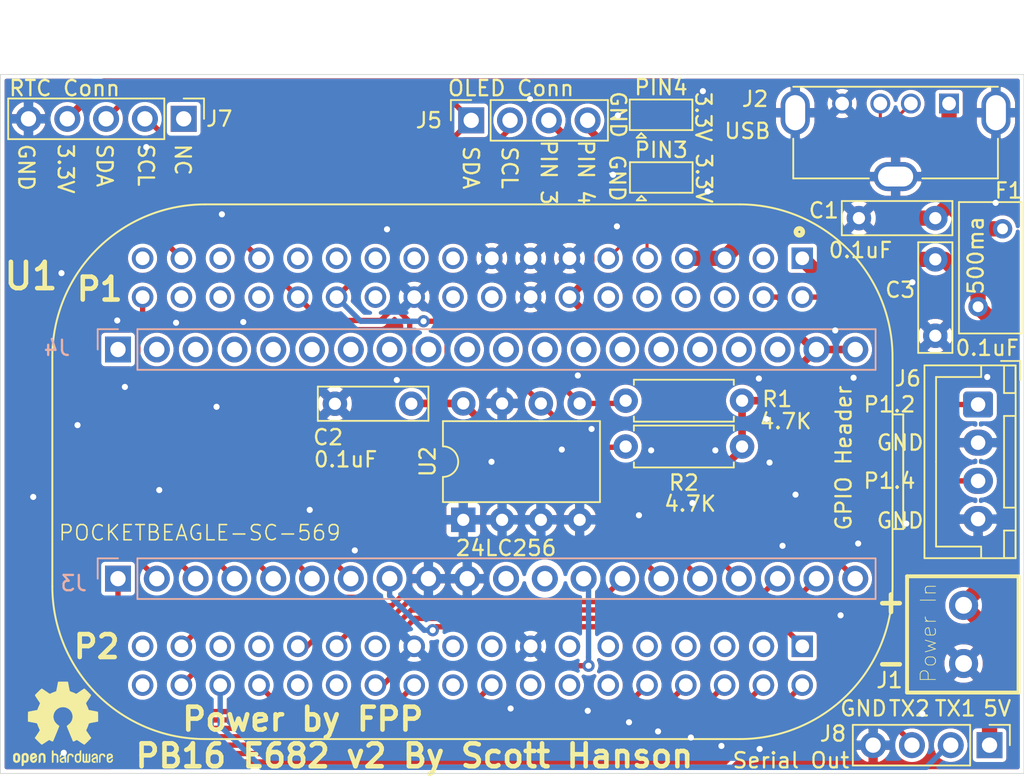
<source format=kicad_pcb>
(kicad_pcb (version 20171130) (host pcbnew "(5.1.5)-3")
  (title_block (title "PB16 E682") (date 2019-10-04) (rev 2) (company "Scott Hanson"))
  (layers (0 F.Cu signal) (31 B.Cu signal) (34 B.Paste user) (35 F.Paste user) (36 B.SilkS user) (37 F.SilkS user) (38 B.Mask user) (39 F.Mask user) (44 Edge.Cuts user))
  (net 0 "")
  (net 1 GND)
  (net 2 V_USB)
  (net 3 +5V)
  (net 4 USB_D+)
  (net 5 USB_D-)
  (net 6 OUT16)
  (net 7 OUT15)
  (net 8 OUT14)
  (net 9 OUT13)
  (net 10 OUT12)
  (net 11 OUT11)
  (net 12 OUT10)
  (net 13 OUT9)
  (net 14 OUT8)
  (net 15 OUT7)
  (net 16 OUT6)
  (net 17 OUT5)
  (net 18 OUT4)
  (net 19 OUT3)
  (net 20 OUT2)
  (net 21 OUT1)
  (net 22 "Net-(J4-Pad18)")
  (net 23 "Net-(J4-Pad17)")
  (net 24 "Net-(J4-Pad16)")
  (net 25 "Net-(J4-Pad15)")
  (net 26 "Net-(J4-Pad14)")
  (net 27 "Net-(J4-Pad13)")
  (net 28 "Net-(J4-Pad12)")
  (net 29 "Net-(J4-Pad11)")
  (net 30 "Net-(J4-Pad10)")
  (net 31 "Net-(J4-Pad9)")
  (net 32 "Net-(J4-Pad8)")
  (net 33 "Net-(J4-Pad7)")
  (net 34 "Net-(J4-Pad6)")
  (net 35 "Net-(J4-Pad5)")
  (net 36 "Net-(J4-Pad4)")
  (net 37 "Net-(J4-Pad3)")
  (net 38 "Net-(J4-Pad2)")
  (net 39 "Net-(J4-Pad1)")
  (net 40 +3V3)
  (net 41 I2C_SCL)
  (net 42 I2C_SDA)
  (net 43 GPIO2)
  (net 44 GPIO1)
  (net 45 "Net-(J7-Pad1)")
  (net 46 "Net-(U1-PadP2_36)")
  (net 47 "Net-(U1-PadP2_35)")
  (net 48 TXD1)
  (net 49 "Net-(U1-PadP2_31)")
  (net 50 "Net-(U1-PadP2_29)")
  (net 51 "Net-(U1-PadP2_28)")
  (net 52 "Net-(U1-PadP2_26)")
  (net 53 "Net-(U1-PadP2_23)")
  (net 54 "Net-(U1-PadP2_20)")
  (net 55 "Net-(U1-PadP2_19)")
  (net 56 "Net-(U1-PadP2_17)")
  (net 57 "Net-(U1-PadP2_16)")
  (net 58 "Net-(U1-PadP2_14)")
  (net 59 "Net-(U1-PadP2_13)")
  (net 60 "Net-(U1-PadP2_12)")
  (net 61 "Net-(U1-PadP2_11)")
  (net 62 "Net-(U1-PadP2_9)")
  (net 63 "Net-(U1-PadP2_7)")
  (net 64 "Net-(U1-PadP2_5)")
  (net 65 "Net-(U1-PadP2_3)")
  (net 66 TXD2)
  (net 67 "Net-(U1-PadP1_35)")
  (net 68 "Net-(U1-PadP1_34)")
  (net 69 "Net-(U1-PadP1_32)")
  (net 70 "Net-(U1-PadP1_31)")
  (net 71 "Net-(U1-PadP1_30)")
  (net 72 "Net-(U1-PadP1_27)")
  (net 73 "Net-(U1-PadP1_25)")
  (net 74 "Net-(U1-PadP1_24)")
  (net 75 "Net-(U1-PadP1_23)")
  (net 76 "Net-(U1-PadP1_21)")
  (net 77 "Net-(U1-PadP1_20)")
  (net 78 "Net-(U1-PadP1_19)")
  (net 79 "Net-(U1-PadP1_18)")
  (net 80 "Net-(U1-PadP1_12)")
  (net 81 "Net-(U1-PadP1_10)")
  (net 82 "Net-(U1-PadP1_8)")
  (net 83 "Net-(U1-PadP1_6)")
  (net 84 "Net-(U1-PadP1_3)")
  (net 85 /Dont)
  (net 86 "Net-(J3-Pad11)")
  (net 87 /Pin4)
  (net 88 /Pin3)
  (module Jumper:SolderJumper-3_P1.3mm_Open_Pad1.0x1.5mm (layer F.Cu) (at 246.249 111.6371)
    (fp_text reference PIN4 (at 0 -1.8) (layer F.SilkS))
    (fp_text value SolderJumper_3_Open)
    (pad 1 smd rect (at -1.3 0) (size 1 1.5) (layers F.Cu F.Mask) (net 1 GND))
    (pad 2 smd rect (at 0 0) (size 1 1.5) (layers F.Cu F.Mask) (net 87 /Pin4))
    (pad 3 smd rect (at 1.3 0) (size 1 1.5) (layers F.Cu F.Mask) (net 40 +3V3))
  )
  (module Jumper:SolderJumper-3_P1.3mm_Open_Pad1.0x1.5mm (layer F.Cu) (at 246.2617 115.7392)
    (fp_text reference PIN3 (at 0 -1.8) (layer F.SilkS))
    (fp_text value SolderJumper_3_Open)
    (pad 1 smd rect (at -1.3 0) (size 1 1.5) (layers F.Cu F.Mask) (net 1 GND))
    (pad 2 smd rect (at 0 0) (size 1 1.5) (layers F.Cu F.Mask) (net 88 /Pin3))
    (pad 3 smd rect (at 1.3 0) (size 1 1.5) (layers F.Cu F.Mask) (net 40 +3V3))
  )
  (module MKDS1_2-3.81:PHOENIX_MKDS1%2f2-3.81 (layer F.Cu) (at 266 145.65 90)
    (fp_text reference J1 (at -3 -4.8 180) (layer F.SilkS) (effects (font (size 1.00179 1.00179))))
    (fp_text value "Power In" (at 0.1 -2.25 90) (layer F.SilkS) (effects (font (size 1.00045 1.00045) (thickness 0.05))))
    (pad 2 thru_hole circle (at 1.90444 0.050459 90) (size 1.904 1.904) (drill 1.1) (layers *.Cu *.Mask) (net 3 +5V))
    (pad 1 thru_hole circle (at -1.90556 0.050459 90) (size 1.904 1.904) (drill 1.1) (layers *.Cu *.Mask) (net 1 GND))
  )
  (module Package_DIP:DIP-8_W7.62mm (layer F.Cu) (at 233.3 138.15 90)
    (fp_text reference U2 (at 3.81 -2.33 90) (layer F.SilkS))
    (fp_text value 24LC256 (at -1.85 2.8 180) (layer F.SilkS))
    (pad 8 thru_hole oval (at 7.62 0 90) (size 1.6 1.6) (drill 0.8) (layers *.Cu *.Mask) (net 40 +3V3))
    (pad 4 thru_hole oval (at 0 7.62 90) (size 1.6 1.6) (drill 0.8) (layers *.Cu *.Mask) (net 1 GND))
    (pad 7 thru_hole oval (at 7.62 2.54 90) (size 1.6 1.6) (drill 0.8) (layers *.Cu *.Mask) (net 1 GND))
    (pad 3 thru_hole oval (at 0 5.08 90) (size 1.6 1.6) (drill 0.8) (layers *.Cu *.Mask) (net 1 GND))
    (pad 6 thru_hole oval (at 7.62 5.08 90) (size 1.6 1.6) (drill 0.8) (layers *.Cu *.Mask) (net 41 I2C_SCL))
    (pad 2 thru_hole oval (at 0 2.54 90) (size 1.6 1.6) (drill 0.8) (layers *.Cu *.Mask) (net 1 GND))
    (pad 5 thru_hole oval (at 7.62 7.62 90) (size 1.6 1.6) (drill 0.8) (layers *.Cu *.Mask) (net 42 I2C_SDA))
    (pad 1 thru_hole rect (at 0 0 90) (size 1.6 1.6) (drill 0.8) (layers *.Cu *.Mask) (net 1 GND))
  )
  (module Resistor_THT:R_Axial_DIN0207_L6.3mm_D2.5mm_P7.62mm_Horizontal (layer F.Cu) (at 251.55 133.35 180)
    (fp_text reference R2 (at 3.81 -2.37) (layer F.SilkS))
    (fp_text value 4.7K (at 3.4 -3.75) (layer F.SilkS))
    (pad 2 thru_hole oval (at 7.62 0 180) (size 1.6 1.6) (drill 0.8) (layers *.Cu *.Mask) (net 41 I2C_SCL))
    (pad 1 thru_hole circle (at 0 0 180) (size 1.6 1.6) (drill 0.8) (layers *.Cu *.Mask) (net 40 +3V3))
  )
  (module Resistor_THT:R_Axial_DIN0207_L6.3mm_D2.5mm_P7.62mm_Horizontal (layer F.Cu) (at 251.55 130.35 180)
    (fp_text reference R1 (at -2.3 0.1) (layer F.SilkS))
    (fp_text value 4.7K (at -2.85 -1.35) (layer F.SilkS))
    (pad 2 thru_hole oval (at 7.62 0 180) (size 1.6 1.6) (drill 0.8) (layers *.Cu *.Mask) (net 42 I2C_SDA))
    (pad 1 thru_hole circle (at 0 0 180) (size 1.6 1.6) (drill 0.8) (layers *.Cu *.Mask) (net 40 +3V3))
  )
  (module Capacitor_THT:C_Rect_L7.0mm_W2.0mm_P5.00mm (layer F.Cu) (at 229.9 130.55 180)
    (fp_text reference C2 (at 5.45 -2.2) (layer F.SilkS))
    (fp_text value 0.1uF (at 4.3 -3.65) (layer F.SilkS))
    (pad 2 thru_hole circle (at 5 0 180) (size 1.6 1.6) (drill 0.8) (layers *.Cu *.Mask) (net 1 GND))
    (pad 1 thru_hole circle (at 0 0 180) (size 1.6 1.6) (drill 0.8) (layers *.Cu *.Mask) (net 40 +3V3))
  )
  (module Connector_PinHeader_2.54mm:PinHeader_1x20_P2.54mm_Vertical (layer B.Cu) (at 210.7 142 270)
    (fp_text reference J3 (at 0.3 2.9) (layer B.SilkS) (effects (justify mirror)))
    (fp_text value E682)
    (pad 20 thru_hole oval (at 0 -48.26 270) (size 1.7 1.7) (drill 1) (layers *.Cu *.Mask) (net 6 OUT16))
    (pad 19 thru_hole oval (at 0 -45.72 270) (size 1.7 1.7) (drill 1) (layers *.Cu *.Mask) (net 7 OUT15))
    (pad 18 thru_hole oval (at 0 -43.18 270) (size 1.7 1.7) (drill 1) (layers *.Cu *.Mask) (net 8 OUT14))
    (pad 17 thru_hole oval (at 0 -40.64 270) (size 1.7 1.7) (drill 1) (layers *.Cu *.Mask) (net 9 OUT13))
    (pad 16 thru_hole oval (at 0 -38.1 270) (size 1.7 1.7) (drill 1) (layers *.Cu *.Mask) (net 10 OUT12))
    (pad 15 thru_hole oval (at 0 -35.56 270) (size 1.7 1.7) (drill 1) (layers *.Cu *.Mask) (net 11 OUT11))
    (pad 14 thru_hole oval (at 0 -33.02 270) (size 1.7 1.7) (drill 1) (layers *.Cu *.Mask) (net 12 OUT10))
    (pad 13 thru_hole oval (at 0 -30.48 270) (size 1.7 1.7) (drill 1) (layers *.Cu *.Mask) (net 13 OUT9))
    (pad 12 thru_hole oval (at 0 -27.94 270) (size 1.7 1.7) (drill 1) (layers *.Cu *.Mask) (net 85 /Dont))
    (pad 11 thru_hole oval (at 0 -25.4 270) (size 1.7 1.7) (drill 1) (layers *.Cu *.Mask) (net 86 "Net-(J3-Pad11)"))
    (pad 10 thru_hole oval (at 0 -22.86 270) (size 1.7 1.7) (drill 1) (layers *.Cu *.Mask) (net 1 GND))
    (pad 9 thru_hole oval (at 0 -20.32 270) (size 1.7 1.7) (drill 1) (layers *.Cu *.Mask) (net 1 GND))
    (pad 8 thru_hole oval (at 0 -17.78 270) (size 1.7 1.7) (drill 1) (layers *.Cu *.Mask) (net 14 OUT8))
    (pad 7 thru_hole oval (at 0 -15.24 270) (size 1.7 1.7) (drill 1) (layers *.Cu *.Mask) (net 15 OUT7))
    (pad 6 thru_hole oval (at 0 -12.7 270) (size 1.7 1.7) (drill 1) (layers *.Cu *.Mask) (net 16 OUT6))
    (pad 5 thru_hole oval (at 0 -10.16 270) (size 1.7 1.7) (drill 1) (layers *.Cu *.Mask) (net 17 OUT5))
    (pad 4 thru_hole oval (at 0 -7.62 270) (size 1.7 1.7) (drill 1) (layers *.Cu *.Mask) (net 18 OUT4))
    (pad 3 thru_hole oval (at 0 -5.08 270) (size 1.7 1.7) (drill 1) (layers *.Cu *.Mask) (net 19 OUT3))
    (pad 2 thru_hole oval (at 0 -2.54 270) (size 1.7 1.7) (drill 1) (layers *.Cu *.Mask) (net 20 OUT2))
    (pad 1 thru_hole rect (at 0 0 270) (size 1.7 1.7) (drill 1) (layers *.Cu *.Mask) (net 21 OUT1))
  )
  (module Symbol:OSHW-Logo2_7.3x6mm_SilkScreen (layer F.Cu) (at 207.1 151.5)
    (fp_text reference REF** hide)
    (fp_text value OSHW-Logo2_7.3x6mm_SilkScreen hide)
  )
  (module Connector_PinHeader_2.54mm:PinHeader_1x04_P2.54mm_Vertical (layer F.Cu) (at 267.75 152.9 270)
    (fp_text reference J8 (at -0.75 10.25 180) (layer F.SilkS))
    (fp_text value "Serial Out" (at 1 13 180) (layer F.SilkS))
    (pad 4 thru_hole oval (at 0 7.62 270) (size 1.7 1.7) (drill 1) (layers *.Cu *.Mask) (net 1 GND))
    (pad 3 thru_hole oval (at 0 5.08 270) (size 1.7 1.7) (drill 1) (layers *.Cu *.Mask) (net 66 TXD2))
    (pad 2 thru_hole oval (at 0 2.54 270) (size 1.7 1.7) (drill 1) (layers *.Cu *.Mask) (net 48 TXD1))
    (pad 1 thru_hole rect (at 0 0 270) (size 1.7 1.7) (drill 1) (layers *.Cu *.Mask) (net 3 +5V))
  )
  (module Connector_JST:JST_XH_B4B-XH-A_1x04_P2.50mm_Vertical (layer F.Cu) (at 267 130.6 270)
    (fp_text reference J6 (at -1.7 4.6 180) (layer F.SilkS))
    (fp_text value "GPIO Header" (at 3.5 8.8 90) (layer F.SilkS))
    (pad 4 thru_hole oval (at 7.5 0 270) (size 1.7 1.95) (drill 0.95) (layers *.Cu *.Mask) (net 1 GND))
    (pad 3 thru_hole oval (at 5 0 270) (size 1.7 1.95) (drill 0.95) (layers *.Cu *.Mask) (net 43 GPIO2))
    (pad 2 thru_hole oval (at 2.5 0 270) (size 1.7 1.95) (drill 0.95) (layers *.Cu *.Mask) (net 1 GND))
    (pad 1 thru_hole roundrect (at 0 0 270) (size 1.7 1.95) (drill 0.95) (layers *.Cu *.Mask) (roundrect_rratio 0.147059) (net 44 GPIO1))
  )
  (module POCKETBEAGLE:BEAGLE_POCKETBEAGLE-SC-569 (layer F.Cu) (at 233.9 135 270)
    (fp_text reference U1 (at -12.8 28.9 180) (layer F.SilkS) (effects (font (size 1.72032 1.72032) (thickness 0.3))))
    (fp_text value POCKETBEAGLE-SC-569 (at 4 17.85 180) (layer F.SilkS) (effects (font (thickness 0.1))))
    (pad P2_36 thru_hole circle (at 13.97 21.59 270) (size 1.408 1.408) (drill 0.9) (layers *.Cu *.Mask) (net 46 "Net-(U1-PadP2_36)"))
    (pad P2_35 thru_hole circle (at 11.43 21.59 270) (size 1.408 1.408) (drill 0.9) (layers *.Cu *.Mask) (net 47 "Net-(U1-PadP2_35)"))
    (pad P2_34 thru_hole circle (at 13.97 19.05 270) (size 1.408 1.408) (drill 0.9) (layers *.Cu *.Mask) (net 8 OUT14))
    (pad P2_33 thru_hole circle (at 11.43 19.05 270) (size 1.408 1.408) (drill 0.9) (layers *.Cu *.Mask) (net 10 OUT12))
    (pad P2_32 thru_hole circle (at 13.97 16.51 270) (size 1.408 1.408) (drill 0.9) (layers *.Cu *.Mask) (net 48 TXD1))
    (pad P2_31 thru_hole circle (at 11.43 16.51 270) (size 1.408 1.408) (drill 0.9) (layers *.Cu *.Mask) (net 49 "Net-(U1-PadP2_31)"))
    (pad P2_30 thru_hole circle (at 13.97 13.97 270) (size 1.408 1.408) (drill 0.9) (layers *.Cu *.Mask) (net 7 OUT15))
    (pad P2_29 thru_hole circle (at 11.43 13.97 270) (size 1.408 1.408) (drill 0.9) (layers *.Cu *.Mask) (net 50 "Net-(U1-PadP2_29)"))
    (pad P2_28 thru_hole circle (at 13.97 11.43 270) (size 1.408 1.408) (drill 0.9) (layers *.Cu *.Mask) (net 51 "Net-(U1-PadP2_28)"))
    (pad P2_27 thru_hole circle (at 11.43 11.43 270) (size 1.408 1.408) (drill 0.9) (layers *.Cu *.Mask) (net 11 OUT11))
    (pad P2_26 thru_hole circle (at 13.97 8.89 270) (size 1.408 1.408) (drill 0.9) (layers *.Cu *.Mask) (net 52 "Net-(U1-PadP2_26)"))
    (pad P2_25 thru_hole circle (at 11.43 8.89 270) (size 1.408 1.408) (drill 0.9) (layers *.Cu *.Mask) (net 12 OUT10))
    (pad P2_24 thru_hole circle (at 13.97 6.35 270) (size 1.408 1.408) (drill 0.9) (layers *.Cu *.Mask) (net 13 OUT9))
    (pad P2_23 thru_hole circle (at 11.43 6.35 270) (size 1.408 1.408) (drill 0.9) (layers *.Cu *.Mask) (net 53 "Net-(U1-PadP2_23)"))
    (pad P2_22 thru_hole circle (at 13.97 3.81 270) (size 1.408 1.408) (drill 0.9) (layers *.Cu *.Mask) (net 21 OUT1))
    (pad P2_21 thru_hole circle (at 11.43 3.81 270) (size 1.408 1.408) (drill 0.9) (layers *.Cu *.Mask) (net 1 GND))
    (pad P2_20 thru_hole circle (at 13.97 1.27 270) (size 1.408 1.408) (drill 0.9) (layers *.Cu *.Mask) (net 54 "Net-(U1-PadP2_20)"))
    (pad P2_19 thru_hole circle (at 11.43 1.27 270) (size 1.408 1.408) (drill 0.9) (layers *.Cu *.Mask) (net 55 "Net-(U1-PadP2_19)"))
    (pad P2_18 thru_hole circle (at 13.97 -1.27 270) (size 1.408 1.408) (drill 0.9) (layers *.Cu *.Mask) (net 20 OUT2))
    (pad P2_17 thru_hole circle (at 11.43 -1.27 270) (size 1.408 1.408) (drill 0.9) (layers *.Cu *.Mask) (net 56 "Net-(U1-PadP2_17)"))
    (pad P2_16 thru_hole circle (at 13.97 -3.81 270) (size 1.408 1.408) (drill 0.9) (layers *.Cu *.Mask) (net 57 "Net-(U1-PadP2_16)"))
    (pad P2_15 thru_hole circle (at 11.43 -3.81 270) (size 1.408 1.408) (drill 0.9) (layers *.Cu *.Mask) (net 1 GND))
    (pad P2_14 thru_hole circle (at 13.97 -6.35 270) (size 1.408 1.408) (drill 0.9) (layers *.Cu *.Mask) (net 58 "Net-(U1-PadP2_14)"))
    (pad P2_13 thru_hole circle (at 11.43 -6.35 270) (size 1.408 1.408) (drill 0.9) (layers *.Cu *.Mask) (net 59 "Net-(U1-PadP2_13)"))
    (pad P2_12 thru_hole circle (at 13.97 -8.89 270) (size 1.408 1.408) (drill 0.9) (layers *.Cu *.Mask) (net 60 "Net-(U1-PadP2_12)"))
    (pad P2_11 thru_hole circle (at 11.43 -8.89 270) (size 1.408 1.408) (drill 0.9) (layers *.Cu *.Mask) (net 61 "Net-(U1-PadP2_11)"))
    (pad P2_10 thru_hole circle (at 13.97 -11.43 270) (size 1.408 1.408) (drill 0.9) (layers *.Cu *.Mask) (net 19 OUT3))
    (pad P2_9 thru_hole circle (at 11.43 -11.43 270) (size 1.408 1.408) (drill 0.9) (layers *.Cu *.Mask) (net 62 "Net-(U1-PadP2_9)"))
    (pad P2_8 thru_hole circle (at 13.97 -13.97 270) (size 1.408 1.408) (drill 0.9) (layers *.Cu *.Mask) (net 18 OUT4))
    (pad P2_7 thru_hole circle (at 11.43 -13.97 270) (size 1.408 1.408) (drill 0.9) (layers *.Cu *.Mask) (net 63 "Net-(U1-PadP2_7)"))
    (pad P2_6 thru_hole circle (at 13.97 -16.51 270) (size 1.408 1.408) (drill 0.9) (layers *.Cu *.Mask) (net 17 OUT5))
    (pad P2_5 thru_hole circle (at 11.43 -16.51 270) (size 1.408 1.408) (drill 0.9) (layers *.Cu *.Mask) (net 64 "Net-(U1-PadP2_5)"))
    (pad P2_4 thru_hole circle (at 13.97 -19.05 270) (size 1.408 1.408) (drill 0.9) (layers *.Cu *.Mask) (net 16 OUT6))
    (pad P2_3 thru_hole circle (at 11.43 -19.05 270) (size 1.408 1.408) (drill 0.9) (layers *.Cu *.Mask) (net 65 "Net-(U1-PadP2_3)"))
    (pad P2_2 thru_hole circle (at 13.97 -21.59 270) (size 1.408 1.408) (drill 0.9) (layers *.Cu *.Mask) (net 15 OUT7))
    (pad P2_1 thru_hole rect (at 11.43 -21.59 270) (size 1.408 1.408) (drill 0.9) (layers *.Cu *.Mask) (net 14 OUT8))
    (pad P1_36 thru_hole circle (at -11.43 21.59 270) (size 1.408 1.408) (drill 0.9) (layers *.Cu *.Mask) (net 66 TXD2))
    (pad P1_35 thru_hole circle (at -13.97 21.59 270) (size 1.408 1.408) (drill 0.9) (layers *.Cu *.Mask) (net 67 "Net-(U1-PadP1_35)"))
    (pad P1_34 thru_hole circle (at -11.43 19.05 270) (size 1.408 1.408) (drill 0.9) (layers *.Cu *.Mask) (net 68 "Net-(U1-PadP1_34)"))
    (pad P1_33 thru_hole circle (at -13.97 19.05 270) (size 1.408 1.408) (drill 0.9) (layers *.Cu *.Mask) (net 6 OUT16))
    (pad P1_32 thru_hole circle (at -11.43 16.51 270) (size 1.408 1.408) (drill 0.9) (layers *.Cu *.Mask) (net 69 "Net-(U1-PadP1_32)"))
    (pad P1_31 thru_hole circle (at -13.97 16.51 270) (size 1.408 1.408) (drill 0.9) (layers *.Cu *.Mask) (net 70 "Net-(U1-PadP1_31)"))
    (pad P1_30 thru_hole circle (at -11.43 13.97 270) (size 1.408 1.408) (drill 0.9) (layers *.Cu *.Mask) (net 71 "Net-(U1-PadP1_30)"))
    (pad P1_29 thru_hole circle (at -13.97 13.97 270) (size 1.408 1.408) (drill 0.9) (layers *.Cu *.Mask) (net 9 OUT13))
    (pad P1_28 thru_hole circle (at -11.43 11.43 270) (size 1.408 1.408) (drill 0.9) (layers *.Cu *.Mask) (net 41 I2C_SCL))
    (pad P1_27 thru_hole circle (at -13.97 11.43 270) (size 1.408 1.408) (drill 0.9) (layers *.Cu *.Mask) (net 72 "Net-(U1-PadP1_27)"))
    (pad P1_26 thru_hole circle (at -11.43 8.89 270) (size 1.408 1.408) (drill 0.9) (layers *.Cu *.Mask) (net 42 I2C_SDA))
    (pad P1_25 thru_hole circle (at -13.97 8.89 270) (size 1.408 1.408) (drill 0.9) (layers *.Cu *.Mask) (net 73 "Net-(U1-PadP1_25)"))
    (pad P1_24 thru_hole circle (at -11.43 6.35 270) (size 1.408 1.408) (drill 0.9) (layers *.Cu *.Mask) (net 74 "Net-(U1-PadP1_24)"))
    (pad P1_23 thru_hole circle (at -13.97 6.35 270) (size 1.408 1.408) (drill 0.9) (layers *.Cu *.Mask) (net 75 "Net-(U1-PadP1_23)"))
    (pad P1_22 thru_hole circle (at -11.43 3.81 270) (size 1.408 1.408) (drill 0.9) (layers *.Cu *.Mask) (net 1 GND))
    (pad P1_21 thru_hole circle (at -13.97 3.81 270) (size 1.408 1.408) (drill 0.9) (layers *.Cu *.Mask) (net 76 "Net-(U1-PadP1_21)"))
    (pad P1_20 thru_hole circle (at -11.43 1.27 270) (size 1.408 1.408) (drill 0.9) (layers *.Cu *.Mask) (net 77 "Net-(U1-PadP1_20)"))
    (pad P1_19 thru_hole circle (at -13.97 1.27 270) (size 1.408 1.408) (drill 0.9) (layers *.Cu *.Mask) (net 78 "Net-(U1-PadP1_19)"))
    (pad P1_18 thru_hole circle (at -11.43 -1.27 270) (size 1.408 1.408) (drill 0.9) (layers *.Cu *.Mask) (net 79 "Net-(U1-PadP1_18)"))
    (pad P1_17 thru_hole circle (at -13.97 -1.27 270) (size 1.408 1.408) (drill 0.9) (layers *.Cu *.Mask) (net 1 GND))
    (pad P1_16 thru_hole circle (at -11.43 -3.81 270) (size 1.408 1.408) (drill 0.9) (layers *.Cu *.Mask) (net 1 GND))
    (pad P1_15 thru_hole circle (at -13.97 -3.81 270) (size 1.408 1.408) (drill 0.9) (layers *.Cu *.Mask) (net 1 GND))
    (pad P1_14 thru_hole circle (at -11.43 -6.35 270) (size 1.408 1.408) (drill 0.9) (layers *.Cu *.Mask) (net 40 +3V3))
    (pad P1_13 thru_hole circle (at -13.97 -6.35 270) (size 1.408 1.408) (drill 0.9) (layers *.Cu *.Mask) (net 1 GND))
    (pad P1_12 thru_hole circle (at -11.43 -8.89 270) (size 1.408 1.408) (drill 0.9) (layers *.Cu *.Mask) (net 80 "Net-(U1-PadP1_12)"))
    (pad P1_11 thru_hole circle (at -13.97 -8.89 270) (size 1.408 1.408) (drill 0.9) (layers *.Cu *.Mask) (net 4 USB_D+))
    (pad P1_10 thru_hole circle (at -11.43 -11.43 270) (size 1.408 1.408) (drill 0.9) (layers *.Cu *.Mask) (net 81 "Net-(U1-PadP1_10)"))
    (pad P1_9 thru_hole circle (at -13.97 -11.43 270) (size 1.408 1.408) (drill 0.9) (layers *.Cu *.Mask) (net 5 USB_D-))
    (pad P1_8 thru_hole circle (at -11.43 -13.97 270) (size 1.408 1.408) (drill 0.9) (layers *.Cu *.Mask) (net 82 "Net-(U1-PadP1_8)"))
    (pad P1_7 thru_hole circle (at -13.97 -13.97 270) (size 1.408 1.408) (drill 0.9) (layers *.Cu *.Mask) (net 2 V_USB))
    (pad P1_6 thru_hole circle (at -11.43 -16.51 270) (size 1.408 1.408) (drill 0.9) (layers *.Cu *.Mask) (net 83 "Net-(U1-PadP1_6)"))
    (pad P1_5 thru_hole circle (at -13.97 -16.51 270) (size 1.408 1.408) (drill 0.9) (layers *.Cu *.Mask) (net 2 V_USB))
    (pad P1_4 thru_hole circle (at -11.43 -19.05 270) (size 1.408 1.408) (drill 0.9) (layers *.Cu *.Mask) (net 43 GPIO2))
    (pad P1_3 thru_hole circle (at -13.97 -19.05 270) (size 1.408 1.408) (drill 0.9) (layers *.Cu *.Mask) (net 84 "Net-(U1-PadP1_3)"))
    (pad P1_2 thru_hole circle (at -11.43 -21.59 270) (size 1.408 1.408) (drill 0.9) (layers *.Cu *.Mask) (net 44 GPIO1))
    (pad P1_1 thru_hole rect (at -13.97 -21.59 270) (size 1.408 1.408) (drill 0.9) (layers *.Cu *.Mask) (net 3 +5V))
  )
  (module Connector_PinHeader_2.54mm:PinHeader_1x05_P2.54mm_Vertical (layer F.Cu) (at 215 111.9 270)
    (fp_text reference J7 (at 0 -2.33 180) (layer F.SilkS))
    (fp_text value "RTC Conn" (at -2 7.8 180) (layer F.SilkS))
    (pad 5 thru_hole oval (at 0 10.16 270) (size 1.7 1.7) (drill 1) (layers *.Cu *.Mask) (net 1 GND))
    (pad 4 thru_hole oval (at 0 7.62 270) (size 1.7 1.7) (drill 1) (layers *.Cu *.Mask) (net 40 +3V3))
    (pad 3 thru_hole oval (at 0 5.08 270) (size 1.7 1.7) (drill 1) (layers *.Cu *.Mask) (net 42 I2C_SDA))
    (pad 2 thru_hole oval (at 0 2.54 270) (size 1.7 1.7) (drill 1) (layers *.Cu *.Mask) (net 41 I2C_SCL))
    (pad 1 thru_hole rect (at 0 0 270) (size 1.7 1.7) (drill 1) (layers *.Cu *.Mask) (net 45 "Net-(J7-Pad1)"))
  )
  (module Connector_PinSocket_2.54mm:PinSocket_1x04_P2.54mm_Vertical (layer F.Cu) (at 233.82 112 90)
    (fp_text reference J5 (at 0 -2.77) (layer F.SilkS))
    (fp_text value "OLED Conn" (at 2.1 2.6 180) (layer F.SilkS))
    (pad 4 thru_hole oval (at 0 7.62 90) (size 1.7 1.7) (drill 1) (layers *.Cu *.Mask) (net 87 /Pin4))
    (pad 3 thru_hole oval (at 0 5.08 90) (size 1.7 1.7) (drill 1) (layers *.Cu *.Mask) (net 88 /Pin3))
    (pad 2 thru_hole oval (at 0 2.54 90) (size 1.7 1.7) (drill 1) (layers *.Cu *.Mask) (net 41 I2C_SCL))
    (pad 1 thru_hole rect (at 0 0 90) (size 1.7 1.7) (drill 1) (layers *.Cu *.Mask) (net 42 I2C_SDA))
  )
  (module Connector_PinHeader_2.54mm:PinHeader_1x20_P2.54mm_Vertical (layer B.Cu) (at 210.7 127 270)
    (fp_text reference J4 (at -0.1 4 180) (layer B.SilkS) (effects (justify mirror)))
    (fp_text value E682)
    (pad 20 thru_hole oval (at 0 -48.26 270) (size 1.7 1.7) (drill 1) (layers *.Cu *.Mask) (net 40 +3V3))
    (pad 19 thru_hole oval (at 0 -45.72 270) (size 1.7 1.7) (drill 1) (layers *.Cu *.Mask) (net 40 +3V3))
    (pad 18 thru_hole oval (at 0 -43.18 270) (size 1.7 1.7) (drill 1) (layers *.Cu *.Mask) (net 22 "Net-(J4-Pad18)"))
    (pad 17 thru_hole oval (at 0 -40.64 270) (size 1.7 1.7) (drill 1) (layers *.Cu *.Mask) (net 23 "Net-(J4-Pad17)"))
    (pad 16 thru_hole oval (at 0 -38.1 270) (size 1.7 1.7) (drill 1) (layers *.Cu *.Mask) (net 24 "Net-(J4-Pad16)"))
    (pad 15 thru_hole oval (at 0 -35.56 270) (size 1.7 1.7) (drill 1) (layers *.Cu *.Mask) (net 25 "Net-(J4-Pad15)"))
    (pad 14 thru_hole oval (at 0 -33.02 270) (size 1.7 1.7) (drill 1) (layers *.Cu *.Mask) (net 26 "Net-(J4-Pad14)"))
    (pad 13 thru_hole oval (at 0 -30.48 270) (size 1.7 1.7) (drill 1) (layers *.Cu *.Mask) (net 27 "Net-(J4-Pad13)"))
    (pad 12 thru_hole oval (at 0 -27.94 270) (size 1.7 1.7) (drill 1) (layers *.Cu *.Mask) (net 28 "Net-(J4-Pad12)"))
    (pad 11 thru_hole oval (at 0 -25.4 270) (size 1.7 1.7) (drill 1) (layers *.Cu *.Mask) (net 29 "Net-(J4-Pad11)"))
    (pad 10 thru_hole oval (at 0 -22.86 270) (size 1.7 1.7) (drill 1) (layers *.Cu *.Mask) (net 30 "Net-(J4-Pad10)"))
    (pad 9 thru_hole oval (at 0 -20.32 270) (size 1.7 1.7) (drill 1) (layers *.Cu *.Mask) (net 31 "Net-(J4-Pad9)"))
    (pad 8 thru_hole oval (at 0 -17.78 270) (size 1.7 1.7) (drill 1) (layers *.Cu *.Mask) (net 32 "Net-(J4-Pad8)"))
    (pad 7 thru_hole oval (at 0 -15.24 270) (size 1.7 1.7) (drill 1) (layers *.Cu *.Mask) (net 33 "Net-(J4-Pad7)"))
    (pad 6 thru_hole oval (at 0 -12.7 270) (size 1.7 1.7) (drill 1) (layers *.Cu *.Mask) (net 34 "Net-(J4-Pad6)"))
    (pad 5 thru_hole oval (at 0 -10.16 270) (size 1.7 1.7) (drill 1) (layers *.Cu *.Mask) (net 35 "Net-(J4-Pad5)"))
    (pad 4 thru_hole oval (at 0 -7.62 270) (size 1.7 1.7) (drill 1) (layers *.Cu *.Mask) (net 36 "Net-(J4-Pad4)"))
    (pad 3 thru_hole oval (at 0 -5.08 270) (size 1.7 1.7) (drill 1) (layers *.Cu *.Mask) (net 37 "Net-(J4-Pad3)"))
    (pad 2 thru_hole oval (at 0 -2.54 270) (size 1.7 1.7) (drill 1) (layers *.Cu *.Mask) (net 38 "Net-(J4-Pad2)"))
    (pad 1 thru_hole rect (at 0 0 270) (size 1.7 1.7) (drill 1) (layers *.Cu *.Mask) (net 39 "Net-(J4-Pad1)"))
  )
  (module Connector_USB:USB_A_Molex_105057_Vertical (layer F.Cu) (at 265.1 110.9 180)
    (fp_text reference J2 (at 12.7 0.3) (layer F.SilkS))
    (fp_text value USB (at 13.2 -1.8) (layer F.SilkS))
    (pad 5 thru_hole oval (at 3.5 -4.78 270) (size 1.9 2.9) (drill oval 1.3 2.3) (layers *.Cu *.Mask) (net 1 GND))
    (pad 5 thru_hole oval (at 10.07 -0.6 180) (size 1.9 2.9) (drill oval 1.3 2.3) (layers *.Cu *.Mask) (net 1 GND))
    (pad 5 thru_hole oval (at -3.07 -0.6) (size 1.9 2.9) (drill oval 1.3 2.3) (layers *.Cu *.Mask) (net 1 GND))
    (pad 4 thru_hole circle (at 7 0 180) (size 1.3 1.3) (drill 0.9) (layers *.Cu *.Mask) (net 1 GND))
    (pad 3 thru_hole circle (at 4.5 0 180) (size 1.3 1.3) (drill 0.9) (layers *.Cu *.Mask) (net 4 USB_D+))
    (pad 2 thru_hole circle (at 2.5 0 180) (size 1.3 1.3) (drill 0.9) (layers *.Cu *.Mask) (net 5 USB_D-))
    (pad 1 thru_hole rect (at 0 0 180) (size 1.3 1.3) (drill 0.9) (layers *.Cu *.Mask) (net 2 V_USB))
  )
  (module Fuse:Fuse_BelFuse_0ZRE0005FF_L8.3mm_W3.8mm (layer F.Cu) (at 268.6 119.1 270)
    (fp_text reference F1 (at -2.5 -0.4 180) (layer F.SilkS))
    (fp_text value 500ma (at 1.75 1.75 270) (layer F.SilkS))
    (pad 1 thru_hole circle (at 0 0 270) (size 1.27 1.27) (drill 0.71) (layers *.Cu *.Mask) (net 2 V_USB))
    (pad 2 thru_hole circle (at 5.1 1.6 270) (size 1.27 1.27) (drill 0.71) (layers *.Cu *.Mask) (net 3 +5V))
  )
  (module Capacitor_THT:C_Rect_L7.0mm_W2.0mm_P5.00mm (layer F.Cu) (at 264.2 121.1 270)
    (fp_text reference C3 (at 2 2.3 180) (layer F.SilkS))
    (fp_text value 0.1uF (at 5.8 -3.4 180) (layer F.SilkS))
    (pad 2 thru_hole circle (at 5 0 270) (size 1.6 1.6) (drill 0.8) (layers *.Cu *.Mask) (net 1 GND))
    (pad 1 thru_hole circle (at 0 0 270) (size 1.6 1.6) (drill 0.8) (layers *.Cu *.Mask) (net 3 +5V))
  )
  (module Capacitor_THT:C_Rect_L7.0mm_W2.0mm_P5.00mm (layer F.Cu) (at 264.2 118.4 180)
    (fp_text reference C1 (at 7.3 0.5) (layer F.SilkS))
    (fp_text value 0.1uF (at 4.9 -2.1 180) (layer F.SilkS))
    (pad 2 thru_hole circle (at 5 0 180) (size 1.6 1.6) (drill 0.8) (layers *.Cu *.Mask) (net 1 GND))
    (pad 1 thru_hole circle (at 0 0 180) (size 1.6 1.6) (drill 0.8) (layers *.Cu *.Mask) (net 2 V_USB))
  )
  (gr_text "PIN 4" (at 241.326 115.409 270) (layer F.SilkS) (effects (font (size 1 1))))
  (gr_text 3.3V (at 249.0497 115.7953 270) (layer F.SilkS) (effects (font (size 1 1))))
  (gr_text 3.3V (at 249.0116 111.7694 270) (layer F.SilkS) (effects (font (size 1 1))))
  (gr_text GND (at 243.4342 111.6244 270) (layer F.SilkS) (effects (font (size 1 1))))
  (gr_text P2 (at 209.3 146.45) (layer F.SilkS) (effects (font (size 1.5 1.5) (thickness 0.3))))
  (gr_text P1 (at 209.5 123.05) (layer F.SilkS) (effects (font (size 1.5 1.5) (thickness 0.3))))
  (gr_text "Power by FPP" (at 222.8 151.2) (layer F.SilkS) (effects (font (size 1.5 1.5) (thickness 0.3))))
  (gr_text "PB16 E682 v2 By Scott Hanson" (at 230.1 153.6) (layer F.SilkS) (effects (font (size 1.5 1.5) (thickness 0.3))))
  (gr_text GND (at 259.5 150.5) (layer F.SilkS) (effects (font (size 1 1))))
  (gr_text TX2 (at 262.5 150.5) (layer F.SilkS) (effects (font (size 1 1))))
  (gr_text TX1 (at 265.5 150.5) (layer F.SilkS) (effects (font (size 1 1))))
  (gr_text 5V (at 268.25 150.5) (layer F.SilkS) (effects (font (size 1 1))))
  (gr_text GND (at 261.9 133.1) (layer F.SilkS) (effects (font (size 1 1))))
  (gr_text P1.2 (at 261.2 130.6) (layer F.SilkS) (effects (font (size 1 1))))
  (gr_text GND (at 261.9 138.2) (layer F.SilkS) (effects (font (size 1 1))))
  (gr_text P1.4 (at 261.2 135.6) (layer F.SilkS) (effects (font (size 1 1))))
  (gr_text SDA (at 233.7916 115.1 270) (layer F.SilkS) (effects (font (size 1 1))))
  (gr_text "PIN 3" (at 238.8876 115.409 270) (layer F.SilkS) (effects (font (size 1 1))))
  (gr_text SCL (at 236.3216 115.1 270) (layer F.SilkS) (effects (font (size 1 1))))
  (gr_text GND (at 243.3707 115.7773 270) (layer F.SilkS) (effects (font (size 1 1))))
  (gr_text SDA (at 209.8116 114.956753 270) (layer F.SilkS) (effects (font (size 1 1))))
  (gr_text 3.3V (at 207.2716 115.171038 270) (layer F.SilkS) (effects (font (size 1 1))))
  (gr_text GND (at 204.6916 115.0758 270) (layer F.SilkS) (effects (font (size 1 1))))
  (gr_text SCL (at 212.5216 114.932943 270) (layer F.SilkS) (effects (font (size 1 1))))
  (gr_text NC (at 214.9316 114.5758 270) (layer F.SilkS) (effects (font (size 1 1))))
  (gr_text + (at 261.3 143.5) (layer F.SilkS) (effects (font (size 1.5 1.5) (thickness 0.3))))
  (gr_text - (at 261.3 147.5) (layer F.SilkS) (effects (font (size 1.5 1.5) (thickness 0.3))))
  (gr_line (start 270 109) (end 203 109) (layer Edge.Cuts) (width 0.05))
  (gr_line (start 270 154.75) (end 270 109) (layer Edge.Cuts) (width 0.05))
  (gr_line (start 203 154.75) (end 270 154.75) (layer Edge.Cuts) (width 0.05))
  (gr_line (start 203 109) (end 203 154.75) (layer Edge.Cuts) (width 0.05))
  (via (at 211.15 129.45) (size 0.8) (drill 0.4) (layers F.Cu B.Cu) (net 1))
  (via (at 210.65 125.1) (size 0.8) (drill 0.4) (layers F.Cu B.Cu) (net 1))
  (via (at 263.35 150.85) (size 0.8) (drill 0.4) (layers F.Cu B.Cu) (net 1))
  (via (at 258.85 128.85) (size 0.8) (drill 0.4) (layers F.Cu B.Cu) (net 1))
  (via (at 214.5 125.25) (size 0.8) (drill 0.4) (layers F.Cu B.Cu) (net 1))
  (via (at 218.9 125.2) (size 0.8) (drill 0.4) (layers F.Cu B.Cu) (net 1))
  (via (at 217.5 118.15) (size 0.8) (drill 0.4) (layers F.Cu B.Cu) (net 1))
  (via (at 226.2 140.15) (size 0.8) (drill 0.4) (layers F.Cu B.Cu) (net 1))
  (via (at 254.2 139.85) (size 0.8) (drill 0.4) (layers F.Cu B.Cu) (net 1))
  (via (at 259.15 139.7) (size 0.8) (drill 0.4) (layers F.Cu B.Cu) (net 1))
  (via (at 258 144.4) (size 0.8) (drill 0.4) (layers F.Cu B.Cu) (net 1))
  (via (at 236.4 150.5) (size 0.8) (drill 0.4) (layers F.Cu B.Cu) (net 1))
  (via (at 241.45 150.65) (size 0.8) (drill 0.4) (layers F.Cu B.Cu) (net 1))
  (via (at 207.15 153.4) (size 0.8) (drill 0.4) (layers F.Cu B.Cu) (net 1))
  (via (at 205.15 136.65) (size 0.8) (drill 0.4) (layers F.Cu B.Cu) (net 1))
  (via (at 244.8 137.85) (size 0.8) (drill 0.4) (layers F.Cu B.Cu) (net 1))
  (via (at 217.15 130.75) (size 0.8) (drill 0.4) (layers F.Cu B.Cu) (net 1))
  (via (at 262.3 138.4) (size 0.8) (drill 0.4) (layers F.Cu B.Cu) (net 1))
  (via (at 207 122) (size 0.8) (drill 0.4) (layers F.Cu B.Cu) (net 1))
  (via (at 208.05 131.95) (size 0.8) (drill 0.4) (layers F.Cu B.Cu) (net 1))
  (via (at 268.15 117.4) (size 0.8) (drill 0.4) (layers F.Cu B.Cu) (net 1))
  (via (at 248.2 152.4) (size 0.8) (drill 0.4) (layers F.Cu B.Cu) (net 1))
  (via (at 250.2 152.95) (size 0.8) (drill 0.4) (layers F.Cu B.Cu) (net 1))
  (via (at 252.7 153.15) (size 0.8) (drill 0.4) (layers F.Cu B.Cu) (net 1))
  (via (at 244.15 151.4) (size 0.8) (drill 0.4) (layers F.Cu B.Cu) (net 1))
  (via (at 246.05 152) (size 0.8) (drill 0.4) (layers F.Cu B.Cu) (net 1))
  (via (at 212.55 113.75) (size 0.8) (drill 0.4) (layers F.Cu B.Cu) (net 1))
  (via (at 248.3 137.05) (size 0.8) (drill 0.4) (layers F.Cu B.Cu) (net 1))
  (via (at 255.05 136.5) (size 0.8) (drill 0.4) (layers F.Cu B.Cu) (net 1))
  (via (at 253.35 134.4) (size 0.8) (drill 0.4) (layers F.Cu B.Cu) (net 1))
  (via (at 253.15 131.55) (size 0.8) (drill 0.4) (layers F.Cu B.Cu) (net 1))
  (via (at 249.8 133.6) (size 0.8) (drill 0.4) (layers F.Cu B.Cu) (net 1))
  (via (at 245.6 133.6) (size 0.8) (drill 0.4) (layers F.Cu B.Cu) (net 1))
  (via (at 252.65 128.9) (size 0.8) (drill 0.4) (layers F.Cu B.Cu) (net 1))
  (via (at 241.7 132.2) (size 0.8) (drill 0.4) (layers F.Cu B.Cu) (net 1))
  (via (at 240.8 128.7) (size 0.8) (drill 0.4) (layers F.Cu B.Cu) (net 1))
  (via (at 239.75 133.55) (size 0.8) (drill 0.4) (layers F.Cu B.Cu) (net 1))
  (via (at 235.15 134.35) (size 0.8) (drill 0.4) (layers F.Cu B.Cu) (net 1))
  (via (at 228.95 129) (size 0.8) (drill 0.4) (layers F.Cu B.Cu) (net 1))
  (via (at 223.25 137.5) (size 0.8) (drill 0.4) (layers F.Cu B.Cu) (net 1))
  (via (at 213.4 136.2) (size 0.8) (drill 0.4) (layers F.Cu B.Cu) (net 1))
  (via (at 257.65 125.75) (size 0.8) (drill 0.4) (layers F.Cu B.Cu) (net 1))
  (via (at 267.6 128.8) (size 0.8) (drill 0.4) (layers F.Cu B.Cu) (net 1))
  (via (at 262.7 122.6) (size 0.8) (drill 0.4) (layers F.Cu B.Cu) (net 1))
  (via (at 243.4215 111.6752) (size 0.8) (drill 0.4) (layers F.Cu B.Cu) (net 1))
  (via (at 243.104 115.5614) (size 0.8) (drill 0.4) (layers F.Cu B.Cu) (net 1))
  (via (at 228.3085 119.1301) (size 0.8) (drill 0.4) (layers F.Cu B.Cu) (net 1))
  (via (at 237.6684 110.6084) (size 0.8) (drill 0.4) (layers F.Cu B.Cu) (net 1))
  (via (at 243.358 118.9396) (size 0.8) (drill 0.4) (layers F.Cu B.Cu) (net 1))
  (via (at 248.9841 110.0877) (size 0.8) (drill 0.4) (layers F.Cu B.Cu) (net 1))
  (via (at 249.3016 116.6536) (size 0.8) (drill 0.4) (layers F.Cu B.Cu) (net 1))
  (segment (start 247.87 121.03) (end 250.41 121.03) (width 1) (layer F.Cu) (net 2))
  (segment (start 265.1 110.9) (end 265.1 115.6) (width 1) (layer F.Cu) (net 2))
  (segment (start 250.41 120.99) (end 250.41 121.03) (width 1) (layer F.Cu) (net 2))
  (segment (start 262.2 118.4) (end 260.2 120.4) (width 1) (layer F.Cu) (net 2))
  (segment (start 260.2 120.4) (end 257.7 120.4) (width 1) (layer F.Cu) (net 2))
  (segment (start 257.7 120.4) (end 256.1 118.8) (width 1) (layer F.Cu) (net 2))
  (segment (start 256.1 118.8) (end 252.6 118.8) (width 1) (layer F.Cu) (net 2))
  (segment (start 264.2 118.4) (end 262.2 118.4) (width 1) (layer F.Cu) (net 2))
  (segment (start 252.6 118.8) (end 250.41 120.99) (width 1) (layer F.Cu) (net 2))
  (segment (start 265.1 117.5) (end 265.1 115.6) (width 1) (layer F.Cu) (net 2))
  (segment (start 264.2 118.4) (end 265.1 117.5) (width 1) (layer F.Cu) (net 2))
  (segment (start 266.7 119.1) (end 268.6 119.1) (width 1) (layer F.Cu) (net 2))
  (segment (start 265.1 117.5) (end 266.7 119.1) (width 1) (layer F.Cu) (net 2))
  (segment (start 266.01 143.69) (end 266 143.69) (width 1) (layer F.Cu) (net 3))
  (segment (start 269 140.7) (end 266.01 143.69) (width 1) (layer F.Cu) (net 3))
  (segment (start 267 124.2) (end 269 126.2) (width 1) (layer F.Cu) (net 3))
  (segment (start 269 126.2) (end 269 140.7) (width 1) (layer F.Cu) (net 3))
  (segment (start 267.75 150.4) (end 267.75 152.9) (width 1) (layer F.Cu) (net 3))
  (segment (start 268.75 149.4) (end 267.75 150.4) (width 1) (layer F.Cu) (net 3))
  (segment (start 266 143.69) (end 268.75 146.44) (width 1) (layer F.Cu) (net 3))
  (segment (start 268.75 146.44) (end 268.75 149.4) (width 1) (layer F.Cu) (net 3))
  (segment (start 261.9 121.1) (end 264.2 121.1) (width 1) (layer F.Cu) (net 3))
  (segment (start 261 122) (end 261.9 121.1) (width 1) (layer F.Cu) (net 3))
  (segment (start 255.49 121.03) (end 256.46 122) (width 1) (layer F.Cu) (net 3))
  (segment (start 256.46 122) (end 261 122) (width 1) (layer F.Cu) (net 3))
  (segment (start 267 123.3) (end 267 124.2) (width 1) (layer F.Cu) (net 3))
  (segment (start 264.2 121.1) (end 264.8 121.1) (width 1) (layer F.Cu) (net 3))
  (segment (start 264.8 121.1) (end 267 123.3) (width 1) (layer F.Cu) (net 3))
  (segment (start 260.6 112.263603) (end 260.6 110.9) (width 0.2) (layer F.Cu) (net 4))
  (segment (start 242.79 121.03) (end 245.1943 118.6257) (width 0.2) (layer F.Cu) (net 4))
  (segment (start 249.0433 118.6257) (end 254.0471 113.6219) (width 0.2) (layer F.Cu) (net 4))
  (segment (start 259.241703 113.6219) (end 260.6 112.263603) (width 0.2) (layer F.Cu) (net 4))
  (segment (start 245.1943 118.6257) (end 249.0433 118.6257) (width 0.2) (layer F.Cu) (net 4))
  (segment (start 254.0471 113.6219) (end 259.241703 113.6219) (width 0.2) (layer F.Cu) (net 4))
  (segment (start 260.918198 112.581802) (end 262.6 110.9) (width 0.2) (layer F.Cu) (net 5))
  (segment (start 245.33 121.03) (end 245.33 119.126397) (width 0.2) (layer F.Cu) (net 5))
  (segment (start 259.4281 114.0719) (end 260.918198 112.581802) (width 0.2) (layer F.Cu) (net 5))
  (segment (start 245.33 119.126397) (end 245.380697 119.0757) (width 0.2) (layer F.Cu) (net 5))
  (segment (start 245.380697 119.0757) (end 249.2297 119.0757) (width 0.2) (layer F.Cu) (net 5))
  (segment (start 249.2297 119.0757) (end 254.2335 114.0719) (width 0.2) (layer F.Cu) (net 5))
  (segment (start 254.2335 114.0719) (end 259.4281 114.0719) (width 0.2) (layer F.Cu) (net 5))
  (segment (start 211.65 119.7) (end 213.52 119.7) (width 0.35) (layer F.Cu) (net 6))
  (segment (start 215.650011 135.950011) (end 208.750011 129.050011) (width 0.35) (layer F.Cu) (net 6))
  (segment (start 214.146001 120.326001) (end 214.85 121.03) (width 0.35) (layer F.Cu) (net 6))
  (segment (start 213.52 119.7) (end 214.146001 120.326001) (width 0.35) (layer F.Cu) (net 6))
  (segment (start 208.750011 129.050011) (end 208.750011 122.599989) (width 0.35) (layer F.Cu) (net 6))
  (segment (start 258.96 142) (end 252.910011 135.950011) (width 0.35) (layer F.Cu) (net 6))
  (segment (start 252.910011 135.950011) (end 215.650011 135.950011) (width 0.35) (layer F.Cu) (net 6))
  (segment (start 208.750011 122.599989) (end 211.65 119.7) (width 0.35) (layer F.Cu) (net 6))
  (segment (start 256.42 142) (end 253.819978 144.600022) (width 0.35) (layer F.Cu) (net 7))
  (segment (start 253.819978 144.600022) (end 230.133476 144.600022) (width 0.35) (layer F.Cu) (net 7))
  (segment (start 228.311539 147.688461) (end 227.089371 147.688461) (width 0.35) (layer F.Cu) (net 7))
  (segment (start 230.133476 144.600022) (end 228.9 145.833498) (width 0.35) (layer F.Cu) (net 7))
  (segment (start 228.9 147.1) (end 228.311539 147.688461) (width 0.35) (layer F.Cu) (net 7))
  (segment (start 225.750077 150.149923) (end 221.109923 150.149923) (width 0.35) (layer F.Cu) (net 7))
  (segment (start 221.109923 150.149923) (end 220.633999 149.673999) (width 0.35) (layer F.Cu) (net 7))
  (segment (start 220.633999 149.673999) (end 219.93 148.97) (width 0.35) (layer F.Cu) (net 7))
  (segment (start 228.9 145.833498) (end 228.9 147.1) (width 0.35) (layer F.Cu) (net 7))
  (segment (start 226.3 149.6) (end 225.750077 150.149923) (width 0.35) (layer F.Cu) (net 7))
  (segment (start 226.3 148.477832) (end 226.3 149.6) (width 0.35) (layer F.Cu) (net 7))
  (segment (start 227.089371 147.688461) (end 226.3 148.477832) (width 0.35) (layer F.Cu) (net 7))
  (segment (start 251.829989 144.050011) (end 253.030001 142.849999) (width 0.35) (layer F.Cu) (net 8))
  (segment (start 225.7 147.7) (end 226.3 147.1) (width 0.35) (layer F.Cu) (net 8))
  (segment (start 253.030001 142.849999) (end 253.88 142) (width 0.35) (layer F.Cu) (net 8))
  (segment (start 226.3 147.1) (end 226.3 145.8) (width 0.35) (layer F.Cu) (net 8))
  (segment (start 229.080632 144.875034) (end 229.905654 144.050011) (width 0.35) (layer F.Cu) (net 8))
  (segment (start 214.85 148.97) (end 216.12 147.7) (width 0.35) (layer F.Cu) (net 8))
  (segment (start 227.224966 144.875034) (end 229.080632 144.875034) (width 0.35) (layer F.Cu) (net 8))
  (segment (start 216.12 147.7) (end 225.7 147.7) (width 0.35) (layer F.Cu) (net 8))
  (segment (start 226.3 145.8) (end 227.224966 144.875034) (width 0.35) (layer F.Cu) (net 8))
  (segment (start 229.905654 144.050011) (end 251.829989 144.050011) (width 0.35) (layer F.Cu) (net 8))
  (segment (start 208.2 129.277833) (end 208.2 122.372167) (width 0.35) (layer F.Cu) (net 9))
  (segment (start 245.840022 136.500022) (end 215.422189 136.500022) (width 0.35) (layer F.Cu) (net 9))
  (segment (start 251.34 142) (end 245.840022 136.500022) (width 0.35) (layer F.Cu) (net 9))
  (segment (start 218.049989 119.149989) (end 219.226001 120.326001) (width 0.35) (layer F.Cu) (net 9))
  (segment (start 211.422178 119.149989) (end 218.049989 119.149989) (width 0.35) (layer F.Cu) (net 9))
  (segment (start 219.226001 120.326001) (end 219.93 121.03) (width 0.35) (layer F.Cu) (net 9))
  (segment (start 208.2 122.372167) (end 211.422178 119.149989) (width 0.35) (layer F.Cu) (net 9))
  (segment (start 215.422189 136.500022) (end 208.2 129.277833) (width 0.35) (layer F.Cu) (net 9))
  (segment (start 216.83 144.45) (end 214.85 146.43) (width 0.35) (layer F.Cu) (net 10))
  (segment (start 225.174999 143.225001) (end 223.95 144.45) (width 0.35) (layer F.Cu) (net 10))
  (segment (start 246.5 139.7) (end 228.8 139.7) (width 0.35) (layer F.Cu) (net 10))
  (segment (start 223.95 144.45) (end 216.83 144.45) (width 0.35) (layer F.Cu) (net 10))
  (segment (start 248.8 142) (end 246.5 139.7) (width 0.35) (layer F.Cu) (net 10))
  (segment (start 228.8 139.7) (end 227.2 141.3) (width 0.35) (layer F.Cu) (net 10))
  (segment (start 227.2 141.3) (end 227.2 142.553002) (width 0.35) (layer F.Cu) (net 10))
  (segment (start 227.2 142.553002) (end 226.528001 143.225001) (width 0.35) (layer F.Cu) (net 10))
  (segment (start 226.528001 143.225001) (end 225.174999 143.225001) (width 0.35) (layer F.Cu) (net 10))
  (segment (start 223.07 146.43) (end 222.47 146.43) (width 0.35) (layer F.Cu) (net 11))
  (segment (start 225.724988 143.775012) (end 223.07 146.43) (width 0.35) (layer F.Cu) (net 11))
  (segment (start 244.510011 140.250011) (end 230.749989 140.250011) (width 0.35) (layer F.Cu) (net 11))
  (segment (start 246.26 142) (end 244.510011 140.250011) (width 0.35) (layer F.Cu) (net 11))
  (segment (start 230.749989 140.250011) (end 229.794999 141.205001) (width 0.35) (layer F.Cu) (net 11))
  (segment (start 229.794999 141.205001) (end 229.794999 142.605001) (width 0.35) (layer F.Cu) (net 11))
  (segment (start 229.794999 142.605001) (end 228.624988 143.775012) (width 0.35) (layer F.Cu) (net 11))
  (segment (start 228.624988 143.775012) (end 225.724988 143.775012) (width 0.35) (layer F.Cu) (net 11))
  (segment (start 242.870001 142.849999) (end 243.72 142) (width 0.35) (layer F.Cu) (net 12))
  (segment (start 225.01 146.312167) (end 226.997144 144.325023) (width 0.35) (layer F.Cu) (net 12))
  (segment (start 225.01 146.43) (end 225.01 146.312167) (width 0.35) (layer F.Cu) (net 12))
  (segment (start 226.997144 144.325023) (end 228.85281 144.325023) (width 0.35) (layer F.Cu) (net 12))
  (segment (start 229.677832 143.5) (end 242.22 143.5) (width 0.35) (layer F.Cu) (net 12))
  (segment (start 228.85281 144.325023) (end 229.677832 143.5) (width 0.35) (layer F.Cu) (net 12))
  (segment (start 242.22 143.5) (end 242.870001 142.849999) (width 0.35) (layer F.Cu) (net 12))
  (via (at 241.5 147.7) (size 0.8) (drill 0.4) (layers F.Cu B.Cu) (net 13))
  (segment (start 241.5 147.134315) (end 241.5 147.7) (width 0.35) (layer B.Cu) (net 13))
  (segment (start 241.18 142) (end 241.5 142.32) (width 0.35) (layer B.Cu) (net 13))
  (segment (start 241.5 142.32) (end 241.5 147.134315) (width 0.35) (layer B.Cu) (net 13))
  (segment (start 240.934315 147.7) (end 241.5 147.7) (width 0.35) (layer F.Cu) (net 13))
  (segment (start 240.934309 147.699994) (end 240.934315 147.7) (width 0.35) (layer F.Cu) (net 13))
  (segment (start 229.300006 147.699994) (end 240.934309 147.699994) (width 0.35) (layer F.Cu) (net 13))
  (segment (start 227.55 148.97) (end 228.03 148.97) (width 0.35) (layer F.Cu) (net 13))
  (segment (start 228.03 148.97) (end 229.300006 147.699994) (width 0.35) (layer F.Cu) (net 13))
  (segment (start 255.49 146.43) (end 255.47 146.43) (width 0.35) (layer F.Cu) (net 14))
  (via (at 231.3 145.375032) (size 0.8) (drill 0.4) (layers F.Cu B.Cu) (net 14))
  (segment (start 230.734315 145.375032) (end 231.3 145.375032) (width 0.35) (layer B.Cu) (net 14))
  (segment (start 228.48 142) (end 228.48 143.120717) (width 0.35) (layer B.Cu) (net 14))
  (segment (start 228.48 143.120717) (end 230.734315 145.375032) (width 0.35) (layer B.Cu) (net 14))
  (segment (start 231.524999 145.150033) (end 231.3 145.375032) (width 0.35) (layer F.Cu) (net 14))
  (segment (start 254.250033 145.150033) (end 231.524999 145.150033) (width 0.35) (layer F.Cu) (net 14))
  (segment (start 255.49 146.43) (end 255.49 146.39) (width 0.35) (layer F.Cu) (net 14))
  (segment (start 255.49 146.39) (end 254.250033 145.150033) (width 0.35) (layer F.Cu) (net 14))
  (segment (start 210.633002 154) (end 250.46 154) (width 0.35) (layer F.Cu) (net 15))
  (segment (start 205.8 149.166998) (end 210.633002 154) (width 0.35) (layer F.Cu) (net 15))
  (segment (start 208.150055 137.249945) (end 205.8 139.6) (width 0.35) (layer F.Cu) (net 15))
  (segment (start 221.189945 137.249945) (end 208.150055 137.249945) (width 0.35) (layer F.Cu) (net 15))
  (segment (start 225.94 142) (end 221.189945 137.249945) (width 0.35) (layer F.Cu) (net 15))
  (segment (start 254.786001 149.673999) (end 255.49 148.97) (width 0.35) (layer F.Cu) (net 15))
  (segment (start 205.8 139.6) (end 205.8 149.166998) (width 0.35) (layer F.Cu) (net 15))
  (segment (start 250.46 154) (end 254.786001 149.673999) (width 0.35) (layer F.Cu) (net 15))
  (segment (start 248.470011 153.449989) (end 210.860824 153.449989) (width 0.35) (layer F.Cu) (net 16))
  (segment (start 252.95 148.97) (end 248.470011 153.449989) (width 0.35) (layer F.Cu) (net 16))
  (segment (start 210.860824 153.449989) (end 206.350011 148.939176) (width 0.35) (layer F.Cu) (net 16))
  (segment (start 206.350011 148.939176) (end 206.350011 139.827821) (width 0.35) (layer F.Cu) (net 16))
  (segment (start 206.350011 139.827821) (end 208.377876 137.799956) (width 0.35) (layer F.Cu) (net 16))
  (segment (start 208.377876 137.799956) (end 219.199956 137.799956) (width 0.35) (layer F.Cu) (net 16))
  (segment (start 219.199956 137.799956) (end 222.550001 141.150001) (width 0.35) (layer F.Cu) (net 16))
  (segment (start 222.550001 141.150001) (end 223.4 142) (width 0.35) (layer F.Cu) (net 16))
  (segment (start 246.480022 152.899978) (end 249.706001 149.673999) (width 0.35) (layer F.Cu) (net 17))
  (segment (start 220.86 142) (end 217.209967 138.349967) (width 0.35) (layer F.Cu) (net 17))
  (segment (start 217.209967 138.349967) (end 208.605697 138.349967) (width 0.35) (layer F.Cu) (net 17))
  (segment (start 211.088646 152.899978) (end 246.480022 152.899978) (width 0.35) (layer F.Cu) (net 17))
  (segment (start 249.706001 149.673999) (end 250.41 148.97) (width 0.35) (layer F.Cu) (net 17))
  (segment (start 206.900022 140.055642) (end 206.900022 148.711354) (width 0.35) (layer F.Cu) (net 17))
  (segment (start 206.900022 148.711354) (end 211.088646 152.899978) (width 0.35) (layer F.Cu) (net 17))
  (segment (start 208.605697 138.349967) (end 206.900022 140.055642) (width 0.35) (layer F.Cu) (net 17))
  (segment (start 207.450033 148.483532) (end 207.450033 140.283463) (width 0.35) (layer F.Cu) (net 18))
  (segment (start 244.490033 152.349967) (end 211.316468 152.349967) (width 0.35) (layer F.Cu) (net 18))
  (segment (start 211.316468 152.349967) (end 207.450033 148.483532) (width 0.35) (layer F.Cu) (net 18))
  (segment (start 247.87 148.97) (end 244.490033 152.349967) (width 0.35) (layer F.Cu) (net 18))
  (segment (start 217.470001 141.150001) (end 218.32 142) (width 0.35) (layer F.Cu) (net 18))
  (segment (start 215.219978 138.899978) (end 217.470001 141.150001) (width 0.35) (layer F.Cu) (net 18))
  (segment (start 207.450033 140.283463) (end 208.833518 138.899978) (width 0.35) (layer F.Cu) (net 18))
  (segment (start 208.833518 138.899978) (end 215.219978 138.899978) (width 0.35) (layer F.Cu) (net 18))
  (segment (start 215.78 142) (end 213.229989 139.449989) (width 0.35) (layer F.Cu) (net 19))
  (segment (start 208.000044 140.511284) (end 208.000044 148.25571) (width 0.35) (layer F.Cu) (net 19))
  (segment (start 209.061339 139.449989) (end 208.000044 140.511284) (width 0.35) (layer F.Cu) (net 19))
  (segment (start 208.000044 148.25571) (end 211.54429 151.799956) (width 0.35) (layer F.Cu) (net 19))
  (segment (start 211.54429 151.799956) (end 242.500044 151.799956) (width 0.35) (layer F.Cu) (net 19))
  (segment (start 244.626001 149.673999) (end 245.33 148.97) (width 0.35) (layer F.Cu) (net 19))
  (segment (start 213.229989 139.449989) (end 209.061339 139.449989) (width 0.35) (layer F.Cu) (net 19))
  (segment (start 242.500044 151.799956) (end 244.626001 149.673999) (width 0.35) (layer F.Cu) (net 19))
  (segment (start 208.550055 140.739105) (end 208.550055 148.027888) (width 0.35) (layer F.Cu) (net 20))
  (segment (start 211.34 140.1) (end 209.18916 140.1) (width 0.35) (layer F.Cu) (net 20))
  (segment (start 234.466001 149.673999) (end 235.17 148.97) (width 0.35) (layer F.Cu) (net 20))
  (segment (start 232.890055 151.249945) (end 234.466001 149.673999) (width 0.35) (layer F.Cu) (net 20))
  (segment (start 211.772112 151.249945) (end 232.890055 151.249945) (width 0.35) (layer F.Cu) (net 20))
  (segment (start 208.550055 148.027888) (end 211.772112 151.249945) (width 0.35) (layer F.Cu) (net 20))
  (segment (start 209.18916 140.1) (end 208.550055 140.739105) (width 0.35) (layer F.Cu) (net 20))
  (segment (start 213.24 142) (end 211.34 140.1) (width 0.35) (layer F.Cu) (net 20))
  (segment (start 210.7 149.4) (end 211.999934 150.699934) (width 0.35) (layer F.Cu) (net 21))
  (segment (start 229.386001 149.673999) (end 230.09 148.97) (width 0.35) (layer F.Cu) (net 21))
  (segment (start 211.999934 150.699934) (end 228.360066 150.699934) (width 0.35) (layer F.Cu) (net 21))
  (segment (start 210.7 142) (end 210.7 149.4) (width 0.35) (layer F.Cu) (net 21))
  (segment (start 228.360066 150.699934) (end 229.386001 149.673999) (width 0.35) (layer F.Cu) (net 21))
  (segment (start 238.96 112.06) (end 238.9 112) (width 0.5) (layer F.Cu) (net 88))
  (segment (start 256.42 127) (end 258.96 127) (width 0.5) (layer F.Cu) (net 40))
  (segment (start 256.2 127) (end 256.42 127) (width 0.5) (layer F.Cu) (net 40))
  (segment (start 254.4 125.2) (end 256.2 127) (width 0.5) (layer F.Cu) (net 40))
  (segment (start 240.25 123.57) (end 241.88 125.2) (width 0.5) (layer F.Cu) (net 40))
  (segment (start 241.88 125.2) (end 254.4 125.2) (width 0.5) (layer F.Cu) (net 40))
  (segment (start 229.92 130.53) (end 229.9 130.55) (width 0.5) (layer F.Cu) (net 40))
  (segment (start 233.3 130.53) (end 229.92 130.53) (width 0.5) (layer F.Cu) (net 40))
  (segment (start 237.520001 134.750001) (end 233.3 130.53) (width 0.5) (layer F.Cu) (net 40))
  (segment (start 250.299999 134.750001) (end 237.520001 134.750001) (width 0.5) (layer F.Cu) (net 40))
  (segment (start 251.55 133.5) (end 250.299999 134.750001) (width 0.5) (layer F.Cu) (net 40))
  (segment (start 251.55 130.35) (end 251.55 133.5) (width 0.5) (layer F.Cu) (net 40))
  (segment (start 256.42 127) (end 253.07 130.35) (width 0.5) (layer F.Cu) (net 40))
  (segment (start 253.07 130.35) (end 251.55 130.35) (width 0.5) (layer F.Cu) (net 40))
  (segment (start 247.549 115.7265) (end 247.5617 115.7392) (width 0.5) (layer F.Cu) (net 40))
  (segment (start 247.549 111.6371) (end 247.549 115.7265) (width 0.5) (layer F.Cu) (net 40))
  (segment (start 240.953999 122.866001) (end 240.25 123.57) (width 0.5) (layer F.Cu) (net 40))
  (segment (start 241.635999 122.184001) (end 240.953999 122.866001) (width 0.5) (layer F.Cu) (net 40))
  (segment (start 247.5617 116.9892) (end 247.2496 117.3013) (width 0.5) (layer F.Cu) (net 40))
  (segment (start 247.2496 117.3013) (end 243.0405 117.3013) (width 0.5) (layer F.Cu) (net 40))
  (segment (start 247.5617 115.7392) (end 247.5617 116.9892) (width 0.5) (layer F.Cu) (net 40))
  (segment (start 243.0405 117.3013) (end 241.635999 118.705801) (width 0.5) (layer F.Cu) (net 40))
  (segment (start 241.635999 118.705801) (end 241.635999 122.184001) (width 0.5) (layer F.Cu) (net 40))
  (segment (start 247.0248 109.5) (end 209.78 109.5) (width 0.5) (layer F.Cu) (net 40))
  (segment (start 247.0248 109.5127) (end 247.0248 109.5) (width 0.5) (layer F.Cu) (net 40))
  (segment (start 209.78 109.5) (end 207.38 111.9) (width 0.5) (layer F.Cu) (net 40))
  (segment (start 247.549 111.6371) (end 247.549 110.0369) (width 0.5) (layer F.Cu) (net 40))
  (segment (start 247.549 110.0369) (end 247.0248 109.5127) (width 0.5) (layer F.Cu) (net 40))
  (segment (start 236.36 112) (end 236.36 112.54) (width 0.35) (layer F.Cu) (net 41))
  (segment (start 228.8 120.1) (end 228.8 124.2) (width 0.35) (layer F.Cu) (net 41))
  (segment (start 228.8 124.2) (end 227.9 125.1) (width 0.35) (layer F.Cu) (net 41))
  (segment (start 223.173999 124.273999) (end 222.47 123.57) (width 0.35) (layer F.Cu) (net 41))
  (segment (start 236.36 112.54) (end 228.8 120.1) (width 0.35) (layer F.Cu) (net 41))
  (segment (start 227.9 125.1) (end 224 125.1) (width 0.35) (layer F.Cu) (net 41))
  (segment (start 224 125.1) (end 223.173999 124.273999) (width 0.35) (layer F.Cu) (net 41))
  (segment (start 221.766001 122.866001) (end 222.47 123.57) (width 0.35) (layer F.Cu) (net 41))
  (segment (start 221.1 122.2) (end 221.766001 122.866001) (width 0.35) (layer F.Cu) (net 41))
  (segment (start 221.1 120.4) (end 221.1 122.2) (width 0.35) (layer F.Cu) (net 41))
  (segment (start 212.46 111.9) (end 212.6 111.9) (width 0.35) (layer F.Cu) (net 41))
  (segment (start 212.6 111.9) (end 221.1 120.4) (width 0.35) (layer F.Cu) (net 41))
  (segment (start 229.794999 125.194999) (end 228.8 124.2) (width 0.35) (layer F.Cu) (net 41))
  (segment (start 229.794999 128.394999) (end 229.794999 125.194999) (width 0.35) (layer F.Cu) (net 41))
  (segment (start 230.450011 129.050011) (end 229.794999 128.394999) (width 0.35) (layer F.Cu) (net 41))
  (segment (start 238.38 130.53) (end 236.900011 129.050011) (width 0.35) (layer F.Cu) (net 41))
  (segment (start 236.900011 129.050011) (end 230.450011 129.050011) (width 0.35) (layer F.Cu) (net 41))
  (segment (start 241.25 133.4) (end 238.38 130.53) (width 0.35) (layer F.Cu) (net 41))
  (segment (start 243.93 133.4) (end 241.25 133.4) (width 0.35) (layer F.Cu) (net 41))
  (segment (start 225.713999 122.866001) (end 225.01 123.57) (width 0.35) (layer F.Cu) (net 42))
  (segment (start 226.3 122.28) (end 225.713999 122.866001) (width 0.35) (layer F.Cu) (net 42))
  (segment (start 226.3 119.5) (end 226.3 122.28) (width 0.35) (layer F.Cu) (net 42))
  (segment (start 233.82 112) (end 233.8 112) (width 0.35) (layer F.Cu) (net 42))
  (segment (start 233.8 112) (end 226.3 119.5) (width 0.35) (layer F.Cu) (net 42))
  (segment (start 232.22 110.4) (end 233.82 112) (width 0.35) (layer F.Cu) (net 42))
  (segment (start 209.92 111.9) (end 211.42 110.4) (width 0.35) (layer F.Cu) (net 42))
  (segment (start 211.42 110.4) (end 232.22 110.4) (width 0.35) (layer F.Cu) (net 42))
  (via (at 230.7 125.15) (size 0.8) (drill 0.4) (layers F.Cu B.Cu) (net 42))
  (segment (start 226.59 125.15) (end 225.01 123.57) (width 0.35) (layer B.Cu) (net 42))
  (segment (start 230.7 125.15) (end 226.59 125.15) (width 0.35) (layer B.Cu) (net 42))
  (segment (start 232.245001 125.895001) (end 231.5 125.15) (width 0.35) (layer F.Cu) (net 42))
  (segment (start 238.89 128.5) (end 232.85 128.5) (width 0.35) (layer F.Cu) (net 42))
  (segment (start 232.245001 127.895001) (end 232.245001 125.895001) (width 0.35) (layer F.Cu) (net 42))
  (segment (start 231.5 125.15) (end 230.7 125.15) (width 0.35) (layer F.Cu) (net 42))
  (segment (start 232.85 128.5) (end 232.245001 127.895001) (width 0.35) (layer F.Cu) (net 42))
  (segment (start 240.92 130.53) (end 238.89 128.5) (width 0.35) (layer F.Cu) (net 42))
  (segment (start 243.93 130.35) (end 243.93 130.4) (width 0.35) (layer F.Cu) (net 42))
  (segment (start 240.92 130.53) (end 243.75 130.53) (width 0.35) (layer F.Cu) (net 42))
  (segment (start 243.75 130.53) (end 243.93 130.35) (width 0.35) (layer F.Cu) (net 42))
  (segment (start 264 135.6) (end 267 135.6) (width 0.35) (layer F.Cu) (net 43))
  (segment (start 255.1 124.8) (end 260.4 124.8) (width 0.35) (layer F.Cu) (net 43))
  (segment (start 260.4 124.8) (end 261.1 125.5) (width 0.35) (layer F.Cu) (net 43))
  (segment (start 253.87 123.57) (end 255.1 124.8) (width 0.35) (layer F.Cu) (net 43))
  (segment (start 261.1 125.5) (end 261.1 132.7) (width 0.35) (layer F.Cu) (net 43))
  (segment (start 252.95 123.57) (end 253.87 123.57) (width 0.35) (layer F.Cu) (net 43))
  (segment (start 261.1 132.7) (end 264 135.6) (width 0.35) (layer F.Cu) (net 43))
  (segment (start 263.5 130.6) (end 267 130.6) (width 0.35) (layer F.Cu) (net 44))
  (segment (start 261.7 128.8) (end 263.5 130.6) (width 0.35) (layer F.Cu) (net 44))
  (segment (start 261.7 125) (end 261.7 128.8) (width 0.35) (layer F.Cu) (net 44))
  (segment (start 255.49 123.57) (end 260.27 123.57) (width 0.35) (layer F.Cu) (net 44))
  (segment (start 260.27 123.57) (end 261.7 125) (width 0.35) (layer F.Cu) (net 44))
  (segment (start 263.61001 154.34999) (end 265.21 152.75) (width 0.35) (layer B.Cu) (net 48))
  (segment (start 220.09999 154.34999) (end 263.61001 154.34999) (width 0.35) (layer B.Cu) (net 48))
  (segment (start 217.39 148.97) (end 217.39 151.64) (width 0.35) (layer B.Cu) (net 48))
  (segment (start 217.39 151.64) (end 220.09999 154.34999) (width 0.35) (layer B.Cu) (net 48))
  (segment (start 261.2 151.28) (end 262.67 152.75) (width 0.35) (layer F.Cu) (net 66))
  (segment (start 257.25 135.4) (end 261.2 139.35) (width 0.35) (layer F.Cu) (net 66))
  (segment (start 262.67 152.75) (end 262.67 152.9) (width 0.35) (layer F.Cu) (net 66))
  (segment (start 212.31 123.57) (end 212.31 124.565606) (width 0.35) (layer F.Cu) (net 66))
  (segment (start 261.2 139.35) (end 261.2 151.28) (width 0.35) (layer F.Cu) (net 66))
  (segment (start 219.15 135.4) (end 257.25 135.4) (width 0.35) (layer F.Cu) (net 66))
  (segment (start 212 128.25) (end 219.15 135.4) (width 0.35) (layer F.Cu) (net 66))
  (segment (start 212 124.875606) (end 212 128.25) (width 0.35) (layer F.Cu) (net 66))
  (segment (start 212.31 124.565606) (end 212 124.875606) (width 0.35) (layer F.Cu) (net 66))
  (segment (start 246.249 112.9371) (end 246.249 111.6371) (width 0.5) (layer F.Cu) (net 87))
  (segment (start 241.44 112) (end 241.44 112.4877) (width 0.5) (layer F.Cu) (net 87))
  (segment (start 245.898 113.2881) (end 246.249 112.9371) (width 0.5) (layer F.Cu) (net 87))
  (segment (start 242.2404 113.2881) (end 245.898 113.2881) (width 0.5) (layer F.Cu) (net 87))
  (segment (start 241.44 112.4877) (end 242.2404 113.2881) (width 0.5) (layer F.Cu) (net 87))
  (segment (start 240.9882 114.0882) (end 238.9 112) (width 0.5) (layer F.Cu) (net 88))
  (segment (start 245.7329 114.0882) (end 240.9882 114.0882) (width 0.5) (layer F.Cu) (net 88))
  (segment (start 246.2617 115.7392) (end 246.2617 114.617) (width 0.5) (layer F.Cu) (net 88))
  (segment (start 246.2617 114.617) (end 245.7329 114.0882) (width 0.5) (layer F.Cu) (net 88))
  (zone (net 1) (net_name GND) (layer B.Cu) (connect_pads (clearance 0.25)) (min_thickness 0.254) (fill yes (arc_segments 32) (thermal_gap 0.308) (thermal_bridge_width 0.608))
    (polygon (pts (xy 203 109) (xy 270 109) (xy 270 154.75) (xy 203 154.75)))
  )
  (zone (net 1) (net_name GND) (layer F.Cu) (connect_pads (clearance 0.25)) (min_thickness 0.254) (fill yes (arc_segments 32) (thermal_gap 0.308) (thermal_bridge_width 0.608))
    (polygon (pts (xy 203 109) (xy 270 109) (xy 270 154.75) (xy 203 154.75)))
  )
)
</source>
